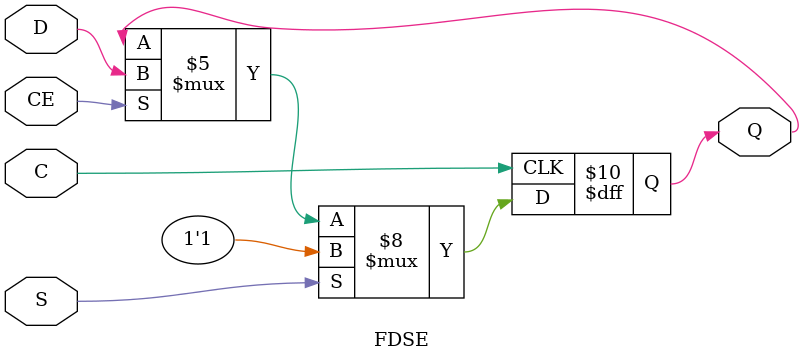
<source format=v>
module FDSE (
  output reg Q,
  (* clkbuf_sink *)
  (* invertible_pin = "IS_C_INVERTED" *)
  input C,
  input CE,
  (* invertible_pin = "IS_D_INVERTED" *)
  input D,
  (* invertible_pin = "IS_S_INVERTED" *)
  input S
);
  parameter [0:0] INIT = 1'b1;
  parameter [0:0] IS_C_INVERTED = 1'b0;
  parameter [0:0] IS_D_INVERTED = 1'b0;
  parameter [0:0] IS_S_INVERTED = 1'b0;
  initial Q <= INIT;
  generate
  case (|IS_C_INVERTED)
    1'b0: always @(posedge C) if (S == !IS_S_INVERTED) Q <= 1'b1; else if (CE) Q <= D ^ IS_D_INVERTED;
    1'b1: always @(negedge C) if (S == !IS_S_INVERTED) Q <= 1'b1; else if (CE) Q <= D ^ IS_D_INVERTED;
  endcase
  endgenerate
  specify
    // https://github.com/SymbiFlow/prjxray-db/blob/23c8b0851f979f0799318eaca90174413a46b257/artix7/timings/slicel.sdf#L249
    $setup(D , posedge C &&& !IS_C_INVERTED && CE, /*-46*/ 0); // Negative times not currently supported
    $setup(D , negedge C &&&  IS_C_INVERTED && CE, /*-46*/ 0); // Negative times not currently supported
    // https://github.com/SymbiFlow/prjxray-db/blob/23c8b0851f979f0799318eaca90174413a46b257/artix7/timings/slicel.sdf#L248
    $setup(CE, posedge C &&& !IS_C_INVERTED, 109);
    $setup(CE, negedge C &&&  IS_C_INVERTED, 109);
    // https://github.com/SymbiFlow/prjxray-db/blob/23c8b0851f979f0799318eaca90174413a46b257/artix7/timings/slicel.sdf#L274
    $setup(S , posedge C &&& !IS_C_INVERTED, 404);
    $setup(S , negedge C &&&  IS_C_INVERTED, 404);
    // https://github.com/SymbiFlow/prjxray-db/blob/34ea6eb08a63d21ec16264ad37a0a7b142ff6031/artix7/timings/CLBLL_L.sdf#L243
    if (!IS_C_INVERTED && S != IS_S_INVERTED)       (posedge C => (Q : 1'b1)) = 303;
    if ( IS_C_INVERTED && S != IS_S_INVERTED)       (negedge C => (Q : 1'b1)) = 303;
    if (!IS_C_INVERTED && S == IS_S_INVERTED && CE) (posedge C => (Q : D ^ IS_D_INVERTED)) = 303;
    if ( IS_C_INVERTED && S == IS_S_INVERTED && CE) (negedge C => (Q : D ^ IS_D_INVERTED)) = 303;
  endspecify
endmodule
</source>
